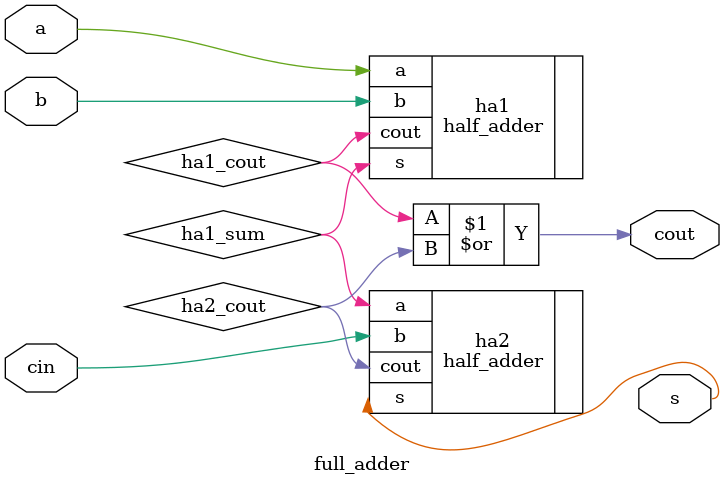
<source format=v>
`timescale 1ns / 1ps

module full_adder
(
    input wire a,
    input wire b,
    input wire cin,
    output wire s,
    output wire cout
);

wire ha1_sum;
wire ha1_cout;
wire ha2_cout;

half_adder ha1
(
    .a(a),
    .b(b),
    .s(ha1_sum),
    .cout(ha1_cout)
);

half_adder ha2
(
    .a(ha1_sum),
    .b(cin),
    .s(s),
    .cout(ha2_cout)
);

assign cout = ha1_cout | ha2_cout;

endmodule

</source>
